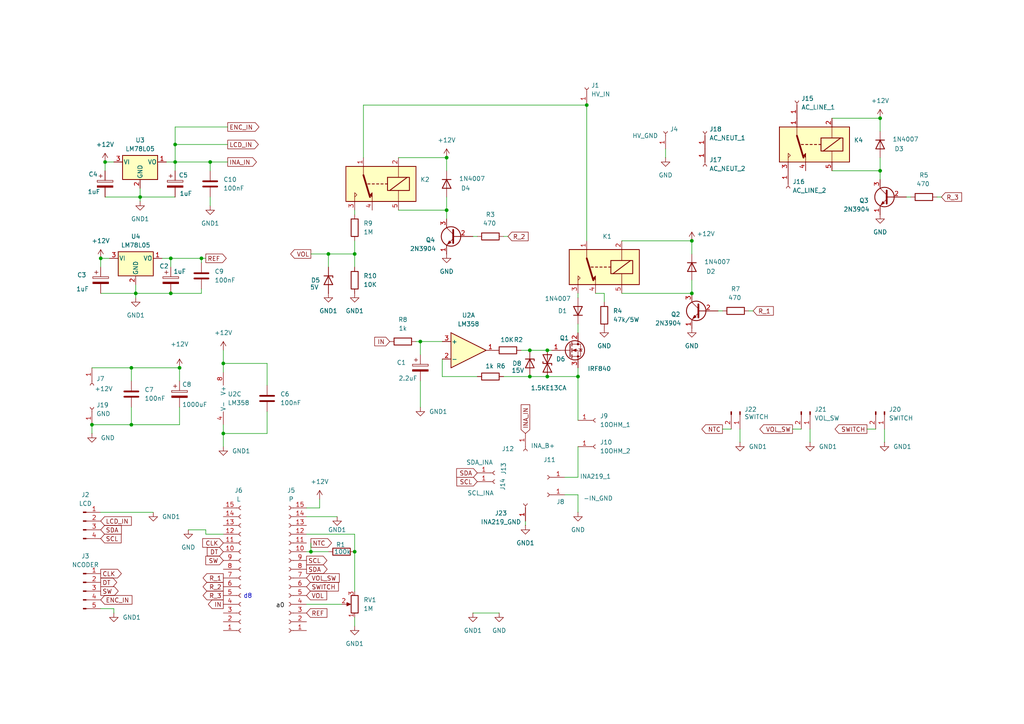
<source format=kicad_sch>
(kicad_sch (version 20250114) (generator "eeschema") (generator_version "9.0")
  (paper "A4")
  (lib_symbols
    (symbol "Amplifier_Operational:LM358" (pin_names (offset 0.127))
      (property "Reference" "U" (at 0 5.08 0))
      (property "Value" "LM358" (at 0 -5.08 0))
      (symbol "LM358_1_1"
        (pin input line (at -7.62 2.54 0) (length 2.54) (name "+") (number "3"))
        (pin input line (at -7.62 -2.54 0) (length 2.54) (name "-") (number "2"))
        (pin output line (at 7.62 0 180) (length 2.54) (name "~") (number "1"))
      )
      (symbol "LM358_2_1"
        (pin input line (at -7.62 2.54 0) (length 2.54) (name "+") (number "5"))
        (pin input line (at -7.62 -2.54 0) (length 2.54) (name "-") (number "6"))
        (pin output line (at 7.62 0 180) (length 2.54) (name "~") (number "7"))
      )
      (symbol "LM358_3_1"
        (pin power_in line (at -2.54 7.62 270) (length 3.81) (name "V+") (number "8"))
        (pin power_in line (at -2.54 -7.62 90) (length 3.81) (name "V-") (number "4"))
      )
    )
    (symbol "Connector:Conn_01x01_Socket" (pin_names (offset 1.016) (hide yes))
      (property "Reference" "J" (at 0 2.54 0))
      (property "Value" "Conn_01x01_Socket" (at 0 -2.54 0))
      (symbol "Conn_01x01_Socket_1_1"
        (pin passive line (at -5.08 0 0) (length 3.81) (name "Pin_1") (number "1"))
      )
    )
    (symbol "Connector:Conn_01x02_Pin" (pin_names (offset 1.016) (hide yes))
      (property "Reference" "J" (at 0 2.54 0))
      (property "Value" "Conn_01x02_Pin" (at 0 -5.08 0))
      (symbol "Conn_01x02_Pin_1_1"
        (pin passive line (at 5.08 0 180) (length 3.81) (name "Pin_1") (number "1"))
        (pin passive line (at 5.08 -2.54 180) (length 3.81) (name "Pin_2") (number "2"))
      )
    )
    (symbol "Connector:Conn_01x04_Pin" (pin_names (offset 1.016) (hide yes))
      (property "Reference" "J" (at 0 5.08 0))
      (property "Value" "Conn_01x04_Pin" (at 0 -7.62 0))
      (symbol "Conn_01x04_Pin_1_1"
        (pin passive line (at 5.08 2.54 180) (length 3.81) (name "Pin_1") (number "1"))
        (pin passive line (at 5.08 0 180) (length 3.81) (name "Pin_2") (number "2"))
        (pin passive line (at 5.08 -2.54 180) (length 3.81) (name "Pin_3") (number "3"))
        (pin passive line (at 5.08 -5.08 180) (length 3.81) (name "Pin_4") (number "4"))
      )
    )
    (symbol "Connector:Conn_01x05_Pin" (pin_names (offset 1.016) (hide yes))
      (property "Reference" "J" (at 0 7.62 0))
      (property "Value" "Conn_01x05_Pin" (at 0 -7.62 0))
      (symbol "Conn_01x05_Pin_1_1"
        (pin passive line (at 5.08 5.08 180) (length 3.81) (name "Pin_1") (number "1"))
        (pin passive line (at 5.08 2.54 180) (length 3.81) (name "Pin_2") (number "2"))
        (pin passive line (at 5.08 0 180) (length 3.81) (name "Pin_3") (number "3"))
        (pin passive line (at 5.08 -2.54 180) (length 3.81) (name "Pin_4") (number "4"))
        (pin passive line (at 5.08 -5.08 180) (length 3.81) (name "Pin_5") (number "5"))
      )
    )
    (symbol "Connector:Conn_01x15_Socket" (pin_names (offset 1.016) (hide yes))
      (property "Reference" "J" (at 0 20.32 0))
      (property "Value" "Conn_01x15_Socket" (at 0 -20.32 0))
      (symbol "Conn_01x15_Socket_1_1"
        (pin passive line (at -5.08 17.78 0) (length 3.81) (name "Pin_1") (number "1"))
        (pin passive line (at -5.08 15.24 0) (length 3.81) (name "Pin_2") (number "2"))
        (pin passive line (at -5.08 12.7 0) (length 3.81) (name "Pin_3") (number "3"))
        (pin passive line (at -5.08 10.16 0) (length 3.81) (name "Pin_4") (number "4"))
        (pin passive line (at -5.08 7.62 0) (length 3.81) (name "Pin_5") (number "5"))
        (pin passive line (at -5.08 5.08 0) (length 3.81) (name "Pin_6") (number "6"))
        (pin passive line (at -5.08 2.54 0) (length 3.81) (name "Pin_7") (number "7"))
        (pin passive line (at -5.08 0 0) (length 3.81) (name "Pin_8") (number "8"))
        (pin passive line (at -5.08 -2.54 0) (length 3.81) (name "Pin_9") (number "9"))
        (pin passive line (at -5.08 -5.08 0) (length 3.81) (name "Pin_10") (number "10"))
        (pin passive line (at -5.08 -7.62 0) (length 3.81) (name "Pin_11") (number "11"))
        (pin passive line (at -5.08 -10.16 0) (length 3.81) (name "Pin_12") (number "12"))
        (pin passive line (at -5.08 -12.7 0) (length 3.81) (name "Pin_13") (number "13"))
        (pin passive line (at -5.08 -15.24 0) (length 3.81) (name "Pin_14") (number "14"))
        (pin passive line (at -5.08 -17.78 0) (length 3.81) (name "Pin_15") (number "15"))
      )
    )
    (symbol "Device:C" (pin_numbers (hide yes)) (pin_names (offset 0.254))
      (property "Reference" "C" (at 0.635 2.54 0))
      (property "Value" "C" (at 0.635 -2.54 0))
      (symbol "C_1_1"
        (pin passive line (at 0 3.81 270) (length 2.794) (name "~") (number "1"))
        (pin passive line (at 0 -3.81 90) (length 2.794) (name "~") (number "2"))
      )
    )
    (symbol "Device:C_Polarized" (pin_numbers (hide yes)) (pin_names (offset 0.254))
      (property "Reference" "C" (at 0.635 2.54 0))
      (property "Value" "C_Polarized" (at 0.635 -2.54 0))
      (symbol "C_Polarized_1_1"
        (pin passive line (at 0 3.81 270) (length 2.794) (name "~") (number "1"))
        (pin passive line (at 0 -3.81 90) (length 2.794) (name "~") (number "2"))
      )
    )
    (symbol "Device:D_Zener" (pin_numbers (hide yes)) (pin_names (offset 1.016) (hide yes))
      (property "Reference" "D" (at 0 2.54 0))
      (property "Value" "D_Zener" (at 0 -2.54 0))
      (symbol "D_Zener_1_1"
        (pin passive line (at -3.81 0 0) (length 2.54) (name "K") (number "1"))
        (pin passive line (at 3.81 0 180) (length 2.54) (name "A") (number "2"))
      )
    )
    (symbol "Device:R" (pin_numbers (hide yes)) (pin_names (offset 0))
      (property "Reference" "R" (at 2.032 0 90))
      (property "Value" "R" (at 0 0 90))
      (symbol "R_1_1"
        (pin passive line (at 0 3.81 270) (length 1.27) (name "~") (number "1"))
        (pin passive line (at 0 -3.81 90) (length 1.27) (name "~") (number "2"))
      )
    )
    (symbol "Device:R_Potentiometer" (pin_names (offset 1.016) (hide yes))
      (property "Reference" "RV" (at -4.445 0 90))
      (property "Value" "R_Potentiometer" (at -2.54 0 90))
      (symbol "R_Potentiometer_1_1"
        (pin passive line (at 0 3.81 270) (length 1.27) (name "1") (number "1"))
        (pin passive line (at 0 -3.81 90) (length 1.27) (name "3") (number "3"))
        (pin passive line (at 3.81 0 180) (length 1.27) (name "2") (number "2"))
      )
    )
    (symbol "Diode:1.5KExxCA" (pin_numbers (hide yes)) (pin_names (offset 1.016) (hide yes))
      (property "Reference" "D" (at 0 2.54 0))
      (property "Value" "1.5KExxCA" (at 0 -2.54 0))
      (symbol "1.5KExxCA_1_1"
        (pin passive line (at -3.81 0 0) (length 2.54) (name "A1") (number "1"))
        (pin passive line (at 3.81 0 180) (length 2.54) (name "A2") (number "2"))
      )
    )
    (symbol "Diode:1N4007" (pin_numbers (hide yes)) (pin_names (hide yes))
      (property "Reference" "D" (at 0 2.54 0))
      (property "Value" "1N4007" (at 0 -2.54 0))
      (symbol "1N4007_1_1"
        (pin passive line (at -3.81 0 0) (length 2.54) (name "K") (number "1"))
        (pin passive line (at 3.81 0 180) (length 2.54) (name "A") (number "2"))
      )
    )
    (symbol "Regulator_Linear:LM78L05_TO92" (pin_names (offset 0.254))
      (property "Reference" "U" (at -3.81 3.175 0))
      (property "Value" "LM78L05_TO92" (at 0 3.175 0))
      (symbol "LM78L05_TO92_1_1"
        (pin power_in line (at -7.62 0 0) (length 2.54) (name "VI") (number "3"))
        (pin power_in line (at 0 -7.62 90) (length 2.54) (name "GND") (number "2"))
        (pin power_out line (at 7.62 0 180) (length 2.54) (name "VO") (number "1"))
      )
    )
    (symbol "Relay:SANYOU_SRD_Form_C"
      (property "Reference" "K" (at 11.43 3.81 0))
      (property "Value" "SANYOU_SRD_Form_C" (at 11.43 1.27 0))
      (symbol "SANYOU_SRD_Form_C_1_1"
        (pin passive line (at -5.08 7.62 270) (length 2.54) (name "~") (number "5"))
        (pin passive line (at -5.08 -7.62 90) (length 2.54) (name "~") (number "2"))
        (pin passive line (at 2.54 7.62 270) (length 2.54) (name "~") (number "4"))
        (pin passive line (at 5.08 -7.62 90) (length 2.54) (name "~") (number "1"))
        (pin passive line (at 7.62 7.62 270) (length 2.54) (name "~") (number "3"))
      )
    )
    (symbol "Transistor_BJT:2N3904" (pin_names (offset 0) (hide yes))
      (property "Reference" "Q" (at 5.08 1.905 0))
      (property "Value" "2N3904" (at 5.08 0 0))
      (symbol "2N3904_1_1"
        (pin passive line (at -5.08 0 0) (length 5.715) (name "B") (number "2"))
        (pin passive line (at 2.54 5.08 270) (length 2.54) (name "C") (number "3"))
        (pin passive line (at 2.54 -5.08 90) (length 2.54) (name "E") (number "1"))
      )
    )
    (symbol "Transistor_FET:IRF740" (pin_names (hide yes))
      (property "Reference" "Q" (at 5.08 1.905 0))
      (property "Value" "IRF740" (at 5.08 0 0))
      (symbol "IRF740_1_1"
        (pin input line (at -5.08 0 0) (length 2.54) (name "G") (number "1"))
        (pin passive line (at 2.54 5.08 270) (length 2.54) (name "D") (number "2"))
        (pin passive line (at 2.54 -5.08 90) (length 2.54) (name "S") (number "3"))
      )
    )
    (symbol "power:+12V" (power) (pin_numbers (hide yes)) (pin_names (offset 0) (hide yes))
      (property "Value" "+12V" (at 0 3.556 0))
      (symbol "+12V_1_1"
        (pin power_in line (at 0 0 90) (length 0) (name "~") (number "1"))
      )
    )
    (symbol "power:+5V" (power) (pin_numbers (hide yes)) (pin_names (offset 0) (hide yes))
      (property "Value" "+5V" (at 0 3.556 0))
      (symbol "+5V_1_1"
        (pin power_in line (at 0 0 90) (length 0) (name "~") (number "1"))
      )
    )
    (symbol "power:GND" (power) (pin_numbers (hide yes)) (pin_names (offset 0) (hide yes))
      (property "Value" "GND" (at 0 -3.81 0))
      (symbol "GND_1_1"
        (pin power_in line (at 0 0 270) (length 0) (name "~") (number "1"))
      )
    )
    (symbol "power:GND1" (power) (pin_numbers (hide yes)) (pin_names (offset 0) (hide yes))
      (property "Value" "GND1" (at 0 -3.81 0))
      (symbol "GND1_1_1"
        (pin power_in line (at 0 0 270) (length 0) (name "~") (number "1"))
      )
    )
  )
  (text "d8" (at 71.882 172.974 0) (effects (font (size 1.27 1.27))))
  (junction (at 129.54 45.72))
  (junction (at 64.77 105.41))
  (junction (at 200.66 85.09))
  (junction (at 38.1 123.19))
  (junction (at 170.18 30.48))
  (junction (at 40.64 57.15))
  (junction (at 102.87 73.66))
  (junction (at 200.66 69.85))
  (junction (at 158.75 109.22))
  (junction (at 90.17 160.02))
  (junction (at 95.25 73.66))
  (junction (at 158.75 101.6))
  (junction (at 64.77 125.73))
  (junction (at 58.42 74.93))
  (junction (at 255.27 34.29))
  (junction (at 26.67 123.19))
  (junction (at 153.67 109.22))
  (junction (at 50.8 46.99))
  (junction (at 167.64 109.22))
  (junction (at 30.48 46.99))
  (junction (at 255.27 49.53))
  (junction (at 49.53 85.09))
  (junction (at 49.53 74.93))
  (junction (at 39.37 85.09))
  (junction (at 102.87 160.02))
  (junction (at 60.96 46.99))
  (junction (at 50.8 41.91))
  (junction (at 121.92 99.06))
  (junction (at 29.21 74.93))
  (junction (at 129.54 60.96))
  (junction (at 52.07 106.68))
  (junction (at 38.1 106.68))
  (junction (at 153.67 101.6))
  (wire (pts (xy 49.53 74.93) (xy 58.42 74.93)))
  (wire (pts (xy 29.21 176.53) (xy 33.02 176.53)))
  (wire (pts (xy 58.42 76.2) (xy 58.42 74.93)))
  (wire (pts (xy 50.8 46.99) (xy 50.8 49.53)))
  (wire (pts (xy 273.05 57.15) (xy 271.78 57.15)))
  (wire (pts (xy 121.92 99.06) (xy 128.27 99.06)))
  (wire (pts (xy 40.64 57.15) (xy 40.64 58.42)))
  (wire (pts (xy 64.77 105.41) (xy 64.77 107.95)))
  (wire (pts (xy 158.75 101.6) (xy 160.02 101.6)))
  (wire (pts (xy 129.54 45.72) (xy 129.54 49.53)))
  (wire (pts (xy 146.05 109.22) (xy 153.67 109.22)))
  (wire (pts (xy 241.3 34.29) (xy 255.27 34.29)))
  (wire (pts (xy 46.99 74.93) (xy 49.53 74.93)))
  (wire (pts (xy 180.34 69.85) (xy 200.66 69.85)))
  (wire (pts (xy 88.9 149.86) (xy 97.79 149.86)))
  (wire (pts (xy 129.54 57.15) (xy 129.54 60.96)))
  (wire (pts (xy 58.42 83.82) (xy 58.42 85.09)))
  (wire (pts (xy 208.28 90.17) (xy 209.55 90.17)))
  (wire (pts (xy 214.63 124.46) (xy 214.63 128.27)))
  (wire (pts (xy 26.67 106.68) (xy 38.1 106.68)))
  (wire (pts (xy 137.16 177.8) (xy 144.78 177.8)))
  (wire (pts (xy 209.55 124.46) (xy 212.09 124.46)))
  (wire (pts (xy 167.64 129.54) (xy 167.64 138.43)))
  (wire (pts (xy 29.21 85.09) (xy 39.37 85.09)))
  (wire (pts (xy 30.48 57.15) (xy 40.64 57.15)))
  (wire (pts (xy 60.96 49.53) (xy 60.96 46.99)))
  (wire (pts (xy 121.92 110.49) (xy 121.92 118.11)))
  (wire (pts (xy 90.17 157.48) (xy 90.17 160.02)))
  (wire (pts (xy 255.27 45.72) (xy 255.27 49.53)))
  (wire (pts (xy 170.18 30.48) (xy 170.18 69.85)))
  (wire (pts (xy 102.87 60.96) (xy 102.87 62.23)))
  (wire (pts (xy 49.53 77.47) (xy 49.53 74.93)))
  (wire (pts (xy 77.47 105.41) (xy 77.47 111.76)))
  (wire (pts (xy 38.1 110.49) (xy 38.1 106.68)))
  (wire (pts (xy 64.77 125.73) (xy 64.77 123.19)))
  (wire (pts (xy 92.71 144.78) (xy 92.71 147.32)))
  (wire (pts (xy 58.42 74.93) (xy 59.69 74.93)))
  (wire (pts (xy 218.44 90.17) (xy 217.17 90.17)))
  (wire (pts (xy 120.65 99.06) (xy 121.92 99.06)))
  (wire (pts (xy 59.69 153.67) (xy 54.61 153.67)))
  (wire (pts (xy 151.13 101.6) (xy 153.67 101.6)))
  (wire (pts (xy 88.9 175.26) (xy 99.06 175.26)))
  (wire (pts (xy 26.67 123.19) (xy 26.67 125.73)))
  (wire (pts (xy 175.26 85.09) (xy 172.72 85.09)))
  (wire (pts (xy 60.96 46.99) (xy 66.04 46.99)))
  (wire (pts (xy 29.21 148.59) (xy 44.45 148.59)))
  (wire (pts (xy 64.77 154.94) (xy 59.69 154.94)))
  (wire (pts (xy 251.46 124.46) (xy 254 124.46)))
  (wire (pts (xy 128.27 109.22) (xy 138.43 109.22)))
  (wire (pts (xy 163.83 143.51) (xy 167.64 143.51)))
  (wire (pts (xy 60.96 59.69) (xy 60.96 57.15)))
  (wire (pts (xy 129.54 60.96) (xy 129.54 63.5)))
  (wire (pts (xy 128.27 104.14) (xy 128.27 109.22)))
  (wire (pts (xy 158.75 109.22) (xy 167.64 109.22)))
  (wire (pts (xy 29.21 77.47) (xy 29.21 74.93)))
  (wire (pts (xy 66.04 36.83) (xy 50.8 36.83)))
  (wire (pts (xy 88.9 147.32) (xy 92.71 147.32)))
  (wire (pts (xy 121.92 99.06) (xy 121.92 102.87)))
  (wire (pts (xy 153.67 101.6) (xy 158.75 101.6)))
  (wire (pts (xy 152.4 151.13) (xy 152.4 152.4)))
  (wire (pts (xy 52.07 123.19) (xy 52.07 118.11)))
  (wire (pts (xy 102.87 179.07) (xy 102.87 181.61)))
  (wire (pts (xy 90.17 160.02) (xy 88.9 160.02)))
  (wire (pts (xy 30.48 49.53) (xy 30.48 46.99)))
  (wire (pts (xy 88.9 154.94) (xy 102.87 154.94)))
  (wire (pts (xy 102.87 154.94) (xy 102.87 160.02)))
  (wire (pts (xy 200.66 81.28) (xy 200.66 85.09)))
  (wire (pts (xy 167.64 93.98) (xy 167.64 96.52)))
  (wire (pts (xy 105.41 30.48) (xy 105.41 45.72)))
  (wire (pts (xy 50.8 36.83) (xy 50.8 41.91)))
  (wire (pts (xy 115.57 45.72) (xy 129.54 45.72)))
  (wire (pts (xy 95.25 77.47) (xy 95.25 73.66)))
  (wire (pts (xy 95.25 160.02) (xy 90.17 160.02)))
  (wire (pts (xy 153.67 109.22) (xy 158.75 109.22)))
  (wire (pts (xy 234.95 124.46) (xy 234.95 128.27)))
  (wire (pts (xy 167.64 138.43) (xy 163.83 138.43)))
  (wire (pts (xy 40.64 57.15) (xy 50.8 57.15)))
  (wire (pts (xy 95.25 73.66) (xy 102.87 73.66)))
  (wire (pts (xy 50.8 41.91) (xy 66.04 41.91)))
  (wire (pts (xy 167.64 85.09) (xy 167.64 86.36)))
  (wire (pts (xy 137.16 68.58) (xy 138.43 68.58)))
  (wire (pts (xy 59.69 154.94) (xy 59.69 153.67)))
  (wire (pts (xy 64.77 101.6) (xy 64.77 105.41)))
  (wire (pts (xy 167.64 109.22) (xy 167.64 121.92)))
  (wire (pts (xy 255.27 34.29) (xy 255.27 38.1)))
  (wire (pts (xy 180.34 85.09) (xy 200.66 85.09)))
  (wire (pts (xy 39.37 85.09) (xy 49.53 85.09)))
  (wire (pts (xy 49.53 85.09) (xy 58.42 85.09)))
  (wire (pts (xy 175.26 87.63) (xy 175.26 85.09)))
  (wire (pts (xy 39.37 85.09) (xy 39.37 86.36)))
  (wire (pts (xy 193.04 43.18) (xy 193.04 45.72)))
  (wire (pts (xy 50.8 46.99) (xy 60.96 46.99)))
  (wire (pts (xy 147.32 68.58) (xy 146.05 68.58)))
  (wire (pts (xy 200.66 69.85) (xy 200.66 73.66)))
  (wire (pts (xy 33.02 176.53) (xy 33.02 177.8)))
  (wire (pts (xy 48.26 46.99) (xy 50.8 46.99)))
  (wire (pts (xy 167.64 143.51) (xy 167.64 148.59)))
  (wire (pts (xy 77.47 119.38) (xy 77.47 125.73)))
  (wire (pts (xy 40.64 54.61) (xy 40.64 57.15)))
  (wire (pts (xy 255.27 49.53) (xy 241.3 49.53)))
  (wire (pts (xy 129.54 60.96) (xy 115.57 60.96)))
  (wire (pts (xy 39.37 82.55) (xy 39.37 85.09)))
  (wire (pts (xy 167.64 106.68) (xy 167.64 109.22)))
  (wire (pts (xy 262.89 57.15) (xy 264.16 57.15)))
  (wire (pts (xy 229.87 124.46) (xy 232.41 124.46)))
  (wire (pts (xy 64.77 129.54) (xy 64.77 125.73)))
  (wire (pts (xy 105.41 30.48) (xy 170.18 30.48)))
  (wire (pts (xy 52.07 106.68) (xy 52.07 110.49)))
  (wire (pts (xy 26.67 123.19) (xy 38.1 123.19)))
  (wire (pts (xy 102.87 77.47) (xy 102.87 73.66)))
  (wire (pts (xy 90.17 73.66) (xy 95.25 73.66)))
  (wire (pts (xy 50.8 41.91) (xy 50.8 46.99)))
  (wire (pts (xy 102.87 69.85) (xy 102.87 73.66)))
  (wire (pts (xy 38.1 123.19) (xy 52.07 123.19)))
  (wire (pts (xy 29.21 74.93) (xy 31.75 74.93)))
  (wire (pts (xy 102.87 160.02) (xy 102.87 171.45)))
  (wire (pts (xy 38.1 106.68) (xy 52.07 106.68)))
  (wire (pts (xy 64.77 105.41) (xy 77.47 105.41)))
  (wire (pts (xy 256.54 124.46) (xy 256.54 128.27)))
  (wire (pts (xy 77.47 125.73) (xy 64.77 125.73)))
  (wire (pts (xy 255.27 49.53) (xy 255.27 52.07)))
  (wire (pts (xy 38.1 123.19) (xy 38.1 118.11)))
  (wire (pts (xy 30.48 46.99) (xy 33.02 46.99)))
  (label "a0" (at 80.01 176.53 0))
  (global_label "VOL_SW" (shape input) (at 88.9 167.64 0) (property "Intersheetrefs" "${INTERSHEET_REFS}" (effects (hide yes))))
  (global_label "SW" (shape output) (at 29.21 171.45 0) (property "Intersheetrefs" "${INTERSHEET_REFS}" (effects (hide yes))))
  (global_label "R_3" (shape input) (at 273.05 57.15 0) (property "Intersheetrefs" "${INTERSHEET_REFS}" (effects (hide yes))))
  (global_label "VOL" (shape input) (at 88.9 172.72 0) (property "Intersheetrefs" "${INTERSHEET_REFS}" (effects (hide yes))))
  (global_label "ENC_IN" (shape output) (at 66.04 36.83 0) (property "Intersheetrefs" "${INTERSHEET_REFS}" (effects (hide yes))))
  (global_label "VOL_SW" (shape output) (at 229.87 124.46 180) (property "Intersheetrefs" "${INTERSHEET_REFS}" (effects (hide yes))))
  (global_label "R_1" (shape input) (at 218.44 90.17 0) (property "Intersheetrefs" "${INTERSHEET_REFS}" (effects (hide yes))))
  (global_label "R_1" (shape output) (at 64.77 167.64 180) (property "Intersheetrefs" "${INTERSHEET_REFS}" (effects (hide yes))))
  (global_label "LCD_IN" (shape output) (at 66.04 41.91 0) (property "Intersheetrefs" "${INTERSHEET_REFS}" (effects (hide yes))))
  (global_label "R_2" (shape input) (at 147.32 68.58 0) (property "Intersheetrefs" "${INTERSHEET_REFS}" (effects (hide yes))))
  (global_label "VOL" (shape output) (at 90.17 73.66 180) (property "Intersheetrefs" "${INTERSHEET_REFS}" (effects (hide yes))))
  (global_label "REF" (shape input) (at 88.9 177.8 0) (property "Intersheetrefs" "${INTERSHEET_REFS}" (effects (hide yes))))
  (global_label "DT" (shape output) (at 29.21 168.91 0) (property "Intersheetrefs" "${INTERSHEET_REFS}" (effects (hide yes))))
  (global_label "LCD_IN" (shape input) (at 29.21 151.13 0) (property "Intersheetrefs" "${INTERSHEET_REFS}" (effects (hide yes))))
  (global_label "SDA" (shape input) (at 138.43 137.16 180) (property "Intersheetrefs" "${INTERSHEET_REFS}" (effects (hide yes))))
  (global_label "CLK" (shape output) (at 29.21 166.37 0) (property "Intersheetrefs" "${INTERSHEET_REFS}" (effects (hide yes))))
  (global_label "SWITCH" (shape input) (at 88.9 170.18 0) (property "Intersheetrefs" "${INTERSHEET_REFS}" (effects (hide yes))))
  (global_label "SWITCH" (shape output) (at 251.46 124.46 180) (property "Intersheetrefs" "${INTERSHEET_REFS}" (effects (hide yes))))
  (global_label "NTC" (shape output) (at 209.55 124.46 180) (property "Intersheetrefs" "${INTERSHEET_REFS}" (effects (hide yes))))
  (global_label "INA_IN" (shape output) (at 66.04 46.99 0) (property "Intersheetrefs" "${INTERSHEET_REFS}" (effects (hide yes))))
  (global_label "SCL" (shape input) (at 138.43 139.7 180) (property "Intersheetrefs" "${INTERSHEET_REFS}" (effects (hide yes))))
  (global_label "ENC_IN" (shape input) (at 29.21 173.99 0) (property "Intersheetrefs" "${INTERSHEET_REFS}" (effects (hide yes))))
  (global_label "NTC" (shape output) (at 90.17 157.48 0) (property "Intersheetrefs" "${INTERSHEET_REFS}" (effects (hide yes))))
  (global_label "CLK" (shape input) (at 64.77 157.48 180) (property "Intersheetrefs" "${INTERSHEET_REFS}" (effects (hide yes))))
  (global_label "IN" (shape input) (at 113.03 99.06 180) (property "Intersheetrefs" "${INTERSHEET_REFS}" (effects (hide yes))))
  (global_label "R_3" (shape output) (at 64.77 172.72 180) (property "Intersheetrefs" "${INTERSHEET_REFS}" (effects (hide yes))))
  (global_label "SCL" (shape input) (at 29.21 156.21 0) (property "Intersheetrefs" "${INTERSHEET_REFS}" (effects (hide yes))))
  (global_label "REF" (shape output) (at 59.69 74.93 0) (property "Intersheetrefs" "${INTERSHEET_REFS}" (effects (hide yes))))
  (global_label "IN" (shape output) (at 64.77 175.26 180) (property "Intersheetrefs" "${INTERSHEET_REFS}" (effects (hide yes))))
  (global_label "INA_IN" (shape input) (at 152.4 125.73 90) (property "Intersheetrefs" "${INTERSHEET_REFS}" (effects (hide yes))))
  (global_label "R_2" (shape output) (at 64.77 170.18 180) (property "Intersheetrefs" "${INTERSHEET_REFS}" (effects (hide yes))))
  (global_label "DT" (shape input) (at 64.77 160.02 180) (property "Intersheetrefs" "${INTERSHEET_REFS}" (effects (hide yes))))
  (global_label "SW" (shape input) (at 64.77 162.56 180) (property "Intersheetrefs" "${INTERSHEET_REFS}" (effects (hide yes))))
  (global_label "SDA" (shape input) (at 29.21 153.67 0) (property "Intersheetrefs" "${INTERSHEET_REFS}" (effects (hide yes))))
  (global_label "SDA" (shape output) (at 88.9 165.1 0) (property "Intersheetrefs" "${INTERSHEET_REFS}" (effects (hide yes))))
  (global_label "SCL" (shape output) (at 88.9 162.56 0) (property "Intersheetrefs" "${INTERSHEET_REFS}" (effects (hide yes))))
  (symbol (lib_id "Diode:1N4007") (at 129.54 53.34 270) (unit 1)
    (property "Reference" "D4" (at 136.398 54.61 90) (effects (justify right)))
    (property "Value" "1N4007" (at 140.716 51.816 90) (effects (justify right)))
    (property "Footprint" "Diode_THT:D_DO-41_SOD81_P10.16mm_Horizontal" (effects (hide yes)))
    (property "Datasheet" "http://www.vishay.com/docs/88503/1n4001.pdf" (effects (hide yes)))
    (property "Description" "1000V 1A General Purpose Rectifier Diode, DO-41" (effects (hide yes)))
    (property "Sim.Device" "D" (effects (hide yes)))
    (property "Sim.Pins" "1=K 2=A" (effects (hide yes)))
  )
  (symbol (lib_id "Regulator_Linear:LM78L05_TO92") (at 40.64 46.99 0) (unit 1)
    (property "Reference" "U3" (at 40.64 40.64 0))
    (property "Value" "LM78L05" (at 40.64 43.18 0))
    (property "Footprint" "Package_TO_SOT_THT:TO-92_Inline" (effects (hide yes)))
    (property "Datasheet" "https://www.onsemi.com/pub/Collateral/MC78L06A-D.pdf" (effects (hide yes)))
    (property "Description" "Positive 100mA 30V Linear Regulator, Fixed Output 5V, TO-92" (effects (hide yes)))
  )
  (symbol (lib_id "power:GND") (at 129.54 73.66 0) (unit 1)
    (property "Reference" "#PWR015" (effects (hide yes)))
    (property "Value" "GND" (at 129.54 78.74 0))
    (property "Description" "Power symbol creates a global label with name \"GND\" , ground" (effects (hide yes)))
  )
  (symbol (lib_id "Connector:Conn_01x15_Socket") (at 83.82 165.1 180) (unit 1)
    (property "Reference" "J5" (at 84.455 142.24 0))
    (property "Value" "P" (at 84.455 144.78 0))
    (property "Footprint" "Connector_PinHeader_2.54mm:PinHeader_1x15_P2.54mm_Vertical" (effects (hide yes)))
    (property "Description" "Generic connector, single row, 01x15, script generated" (effects (hide yes)))
  )
  (symbol (lib_id "power:GND") (at 102.87 85.09 0) (unit 1)
    (property "Reference" "#PWR019" (effects (hide yes)))
    (property "Value" "GND1" (at 102.87 90.17 0))
    (property "Description" "Power symbol creates a global label with name \"GND\" , ground" (effects (hide yes)))
  )
  (symbol (lib_id "power:GND") (at 44.45 148.59 0) (unit 1)
    (property "Reference" "#PWR023" (effects (hide yes)))
    (property "Value" "GND1" (at 46.99 149.8599 0) (effects (justify left)))
    (property "Description" "Power symbol creates a global label with name \"GND\" , ground" (effects (hide yes)))
  )
  (symbol (lib_id "Relay:SANYOU_SRD_Form_C") (at 236.22 41.91 180) (unit 1)
    (property "Reference" "K4" (at 247.65 40.6399 0) (effects (justify right)))
    (property "Value" "SANYOU_SRD_Form_C" (effects (hide yes)))
    (property "Footprint" "Relay_THT:Relay_SPDT_SANYOU_SRD_Series_Form_C" (effects (hide yes)))
    (property "Datasheet" "http://www.sanyourelay.ca/public/products/pdf/SRD.pdf" (effects (hide yes)))
    (property "Description" "Sanyo SRD relay, Single Pole Miniature Power Relay," (effects (hide yes)))
  )
  (symbol (lib_id "power:GND1") (at 64.77 129.54 0) (unit 1)
    (property "Reference" "#PWR012" (effects (hide yes)))
    (property "Value" "GND1" (at 67.31 130.8099 0) (effects (justify left)))
    (property "Description" "Power symbol creates a global label with name \"GND1\" , ground" (effects (hide yes)))
  )
  (symbol (lib_id "Relay:SANYOU_SRD_Form_C") (at 110.49 53.34 180) (unit 1)
    (property "Reference" "K2" (at 121.92 52.0699 0) (effects (justify right)))
    (property "Value" "SANYOU_SRD_Form_C" (effects (hide yes)))
    (property "Footprint" "Relay_THT:Relay_SPDT_SANYOU_SRD_Series_Form_C" (effects (hide yes)))
    (property "Datasheet" "http://www.sanyourelay.ca/public/products/pdf/SRD.pdf" (effects (hide yes)))
    (property "Description" "Sanyo SRD relay, Single Pole Miniature Power Relay," (effects (hide yes)))
  )
  (symbol (lib_id "Connector:Conn_01x04_Pin") (at 24.13 151.13 0) (unit 1)
    (property "Reference" "J2" (at 24.765 143.51 0))
    (property "Value" "LCD" (at 24.765 146.05 0))
    (property "Footprint" "Connector_PinHeader_2.54mm:PinHeader_1x04_P2.54mm_Vertical" (effects (hide yes)))
    (property "Description" "Generic connector, single row, 01x04, script generated" (effects (hide yes)))
  )
  (symbol (lib_id "Diode:1.5KExxCA") (at 158.75 105.41 270) (unit 1)
    (property "Reference" "D6" (at 161.29 104.1399 90) (effects (justify left)))
    (property "Value" "1.5KE13CA" (at 153.924 112.522 90) (effects (justify left)))
    (property "Footprint" "Diode_THT:D_DO-41_SOD81_P10.16mm_Horizontal" (effects (hide yes)))
    (property "Datasheet" "https://www.vishay.com/docs/88301/15ke.pdf" (effects (hide yes)))
    (property "Description" "1500W bidirectional TVS diode, DO-201AE" (effects (hide yes)))
  )
  (symbol (lib_id "Device:C") (at 77.47 115.57 0) (unit 1)
    (property "Reference" "C6" (at 81.28 114.2999 0) (effects (justify left)))
    (property "Value" "100nF" (at 81.28 116.8399 0) (effects (justify left)))
    (property "Footprint" "Capacitor_THT:C_Disc_D3.0mm_W2.0mm_P2.50mm" (effects (hide yes)))
    (property "Description" "Unpolarized capacitor" (effects (hide yes)))
  )
  (symbol (lib_id "Relay:SANYOU_SRD_Form_C") (at 175.26 77.47 180) (unit 1)
    (property "Reference" "K1" (at 174.752 68.58 0) (effects (justify right)))
    (property "Value" "SANYOU_SRD_Form_C" (effects (hide yes)))
    (property "Footprint" "Relay_THT:Relay_SPDT_SANYOU_SRD_Series_Form_C" (effects (hide yes)))
    (property "Datasheet" "http://www.sanyourelay.ca/public/products/pdf/SRD.pdf" (effects (hide yes)))
    (property "Description" "Sanyo SRD relay, Single Pole Miniature Power Relay," (effects (hide yes)))
  )
  (symbol (lib_id "power:GND") (at 200.66 95.25 0) (unit 1)
    (property "Reference" "#PWR06" (effects (hide yes)))
    (property "Value" "GND" (at 200.66 100.33 0))
    (property "Description" "Power symbol creates a global label with name \"GND\" , ground" (effects (hide yes)))
  )
  (symbol (lib_id "power:+12V") (at 92.71 144.78 0) (unit 1)
    (property "Reference" "#PWR024" (effects (hide yes)))
    (property "Value" "+12V" (at 92.71 139.7 0))
    (property "Description" "Power symbol creates a global label with name \"+12V\"" (effects (hide yes)))
  )
  (symbol (lib_id "Connector:Conn_01x01_Socket") (at 204.47 38.1 90) (unit 1)
    (property "Reference" "J18" (at 205.74 37.4649 90) (effects (justify right)))
    (property "Value" "AC_NEUT_1" (at 205.74 40.0049 90) (effects (justify right)))
    (property "Footprint" "Connector_Wire:SolderWire-0.5sqmm_1x01_D0.9mm_OD2.1mm" (effects (hide yes)))
    (property "Description" "Generic connector, single row, 01x01, script generated" (effects (hide yes)))
  )
  (symbol (lib_id "Device:R") (at 142.24 68.58 90) (unit 1)
    (property "Reference" "R3" (at 142.24 62.23 90))
    (property "Value" "470" (at 141.986 64.77 90))
    (property "Footprint" "Resistor_THT:R_Axial_DIN0207_L6.3mm_D2.5mm_P10.16mm_Horizontal" (effects (hide yes)))
    (property "Description" "Resistor" (effects (hide yes)))
  )
  (symbol (lib_id "power:+5V") (at 129.54 45.72 0) (unit 1)
    (property "Reference" "#PWR05" (effects (hide yes)))
    (property "Value" "+12V" (at 129.54 40.64 0))
    (property "Description" "Power symbol creates a global label with name \"+5V\"" (effects (hide yes)))
  )
  (symbol (lib_id "Connector:Conn_01x01_Socket") (at 172.72 129.54 0) (unit 1)
    (property "Reference" "J10" (at 173.99 128.2699 0) (effects (justify left)))
    (property "Value" "10OHM_2" (at 173.99 130.8099 0) (effects (justify left)))
    (property "Footprint" "Connector_Wire:SolderWire-0.5sqmm_1x01_D0.9mm_OD2.1mm" (effects (hide yes)))
    (property "Description" "Generic connector, single row, 01x01, script generated" (effects (hide yes)))
  )
  (symbol (lib_id "Connector:Conn_01x02_Pin") (at 234.95 119.38 270) (unit 1)
    (property "Reference" "J21" (at 236.22 118.7449 90) (effects (justify left)))
    (property "Value" "VOL_SW" (at 236.22 121.2849 90) (effects (justify left)))
    (property "Footprint" "Connector_PinHeader_2.54mm:PinHeader_1x02_P2.54mm_Vertical" (effects (hide yes)))
    (property "Description" "Generic connector, single row, 01x02, script generated" (effects (hide yes)))
  )
  (symbol (lib_id "Connector:Conn_01x02_Pin") (at 214.63 119.38 270) (unit 1)
    (property "Reference" "J22" (at 215.9 118.7449 90) (effects (justify left)))
    (property "Value" "SWITCH" (at 215.9 120.904 90) (effects (justify left)))
    (property "Footprint" "Connector_PinHeader_2.54mm:PinHeader_1x02_P2.54mm_Vertical" (effects (hide yes)))
    (property "Description" "Generic connector, single row, 01x02, script generated" (effects (hide yes)))
  )
  (symbol (lib_id "Device:C") (at 38.1 114.3 0) (unit 1)
    (property "Reference" "C7" (at 41.91 113.0299 0) (effects (justify left)))
    (property "Value" "100nF" (at 41.91 115.5699 0) (effects (justify left)))
    (property "Footprint" "Capacitor_THT:C_Disc_D3.0mm_W2.0mm_P2.50mm" (effects (hide yes)))
    (property "Description" "Unpolarized capacitor" (effects (hide yes)))
  )
  (symbol (lib_id "Diode:1N4007") (at 167.64 90.17 90) (unit 1)
    (property "Reference" "D1" (at 161.798 90.17 90) (effects (justify right)))
    (property "Value" "1N4007" (at 157.988 86.614 90) (effects (justify right)))
    (property "Footprint" "Diode_THT:D_DO-41_SOD81_P10.16mm_Horizontal" (effects (hide yes)))
    (property "Datasheet" "http://www.vishay.com/docs/88503/1n4001.pdf" (effects (hide yes)))
    (property "Description" "1000V 1A General Purpose Rectifier Diode, DO-41" (effects (hide yes)))
    (property "Sim.Device" "D" (effects (hide yes)))
    (property "Sim.Pins" "1=K 2=A" (effects (hide yes)))
  )
  (symbol (lib_id "power:GND") (at 144.78 177.8 0) (unit 1)
    (property "Reference" "#PWR033" (effects (hide yes)))
    (property "Value" "GND" (at 144.78 182.88 0))
    (property "Description" "Power symbol creates a global label with name \"GND\" , ground" (effects (hide yes)))
  )
  (symbol (lib_id "Device:C_Polarized") (at 50.8 53.34 0) (unit 1)
    (property "Reference" "C5" (at 51.816 50.8 0) (effects (justify left)))
    (property "Value" "1uF" (at 52.07 56.134 0) (effects (justify left)))
    (property "Footprint" "Capacitor_THT:CP_Radial_D4.0mm_P2.00mm" (effects (hide yes)))
    (property "Description" "Polarized capacitor" (effects (hide yes)))
  )
  (symbol (lib_id "power:GND") (at 255.27 62.23 0) (unit 1)
    (property "Reference" "#PWR010" (effects (hide yes)))
    (property "Value" "GND" (at 255.27 67.31 0))
    (property "Description" "Power symbol creates a global label with name \"GND\" , ground" (effects (hide yes)))
  )
  (symbol (lib_id "Device:C_Polarized") (at 121.92 106.68 0) (unit 1)
    (property "Reference" "C1" (at 115.062 105.156 0) (effects (justify left)))
    (property "Value" "2.2uF" (at 115.57 109.728 0) (effects (justify left)))
    (property "Footprint" "Capacitor_THT:CP_Radial_D4.0mm_P2.00mm" (effects (hide yes)))
    (property "Description" "Polarized capacitor" (effects (hide yes)))
  )
  (symbol (lib_id "Connector:Conn_01x01_Socket") (at 193.04 38.1 90) (unit 1)
    (property "Reference" "J4" (at 194.31 37.4649 90) (effects (justify right)))
    (property "Value" "HV_GND" (at 183.388 39.37 90) (effects (justify right)))
    (property "Footprint" "Connector_Wire:SolderWire-0.5sqmm_1x01_D0.9mm_OD2.1mm" (effects (hide yes)))
    (property "Description" "Generic connector, single row, 01x01, script generated" (effects (hide yes)))
  )
  (symbol (lib_id "Connector:Conn_01x05_Pin") (at 24.13 171.45 0) (unit 1)
    (property "Reference" "J3" (at 24.765 161.29 0))
    (property "Value" "NCODER" (at 24.765 163.83 0))
    (property "Footprint" "Connector_PinHeader_2.54mm:PinHeader_1x05_P2.54mm_Vertical" (effects (hide yes)))
    (property "Description" "Generic connector, single row, 01x05, script generated" (effects (hide yes)))
  )
  (symbol (lib_id "Device:C_Polarized") (at 29.21 81.28 0) (unit 1)
    (property "Reference" "C3" (at 22.352 79.756 0) (effects (justify left)))
    (property "Value" "1uF" (at 22.098 83.82 0) (effects (justify left)))
    (property "Footprint" "Capacitor_THT:CP_Radial_D4.0mm_P2.00mm" (effects (hide yes)))
    (property "Description" "Polarized capacitor" (effects (hide yes)))
  )
  (symbol (lib_id "Connector:Conn_01x01_Socket") (at 228.6 54.61 270) (unit 1)
    (property "Reference" "J16" (at 229.87 52.7049 90) (effects (justify left)))
    (property "Value" "AC_LINE_2" (at 229.87 55.2449 90) (effects (justify left)))
    (property "Footprint" "Connector_Wire:SolderWire-0.5sqmm_1x01_D0.9mm_OD2.1mm" (effects (hide yes)))
    (property "Description" "Generic connector, single row, 01x01, script generated" (effects (hide yes)))
  )
  (symbol (lib_id "power:GND") (at 33.02 177.8 0) (unit 1)
    (property "Reference" "#PWR022" (effects (hide yes)))
    (property "Value" "GND1" (at 35.56 179.0699 0) (effects (justify left)))
    (property "Description" "Power symbol creates a global label with name \"GND\" , ground" (effects (hide yes)))
  )
  (symbol (lib_id "Transistor_BJT:2N3904") (at 257.81 57.15 0) (mirror y) (unit 1)
    (property "Reference" "Q3" (at 251.968 58.166 0) (effects (justify left)))
    (property "Value" "2N3904" (at 252.222 60.706 0) (effects (justify left)))
    (property "Footprint" "Package_TO_SOT_THT:TO-92_Inline" (effects (hide yes)))
    (property "Datasheet" "https://www.onsemi.com/pub/Collateral/2N3903-D.PDF" (effects (hide yes)))
    (property "Description" "0.2A Ic, 40V Vce, Small Signal NPN Transistor, TO-92" (effects (hide yes)))
  )
  (symbol (lib_id "Device:C") (at 60.96 53.34 0) (unit 1)
    (property "Reference" "C10" (at 64.77 52.0699 0) (effects (justify left)))
    (property "Value" "100nF" (at 64.77 54.6099 0) (effects (justify left)))
    (property "Footprint" "Capacitor_THT:C_Disc_D3.0mm_W2.0mm_P2.50mm" (effects (hide yes)))
    (property "Description" "Unpolarized capacitor" (effects (hide yes)))
  )
  (symbol (lib_id "Device:C") (at 58.42 80.01 0) (unit 1)
    (property "Reference" "C9" (at 62.23 78.7399 0) (effects (justify left)))
    (property "Value" "100nF" (at 62.23 81.2799 0) (effects (justify left)))
    (property "Footprint" "Capacitor_THT:C_Disc_D3.0mm_W2.0mm_P2.50mm" (effects (hide yes)))
    (property "Description" "Unpolarized capacitor" (effects (hide yes)))
  )
  (symbol (lib_id "power:GND") (at 121.92 118.11 0) (unit 1)
    (property "Reference" "#PWR07" (effects (hide yes)))
    (property "Value" "GND1" (at 124.46 119.3799 0) (effects (justify left)))
    (property "Description" "Power symbol creates a global label with name \"GND\" , ground" (effects (hide yes)))
  )
  (symbol (lib_id "Device:R") (at 116.84 99.06 90) (unit 1)
    (property "Reference" "R8" (at 116.84 92.71 90))
    (property "Value" "1k" (at 116.84 95.25 90))
    (property "Footprint" "Resistor_THT:R_Axial_DIN0207_L6.3mm_D2.5mm_P10.16mm_Horizontal" (effects (hide yes)))
    (property "Description" "Resistor" (effects (hide yes)))
  )
  (symbol (lib_id "power:GND") (at 54.61 153.67 0) (unit 1)
    (property "Reference" "#PWR013" (effects (hide yes)))
    (property "Value" "GND" (at 54.61 158.75 0))
    (property "Description" "Power symbol creates a global label with name \"GND\" , ground" (effects (hide yes)))
  )
  (symbol (lib_id "Connector:Conn_01x01_Socket") (at 204.47 48.26 270) (unit 1)
    (property "Reference" "J17" (at 205.74 46.3549 90) (effects (justify left)))
    (property "Value" "AC_NEUT_2" (at 205.74 48.8949 90) (effects (justify left)))
    (property "Footprint" "Connector_Wire:SolderWire-0.5sqmm_1x01_D0.9mm_OD2.1mm" (effects (hide yes)))
    (property "Description" "Generic connector, single row, 01x01, script generated" (effects (hide yes)))
  )
  (symbol (lib_id "power:GND") (at 167.64 148.59 0) (unit 1)
    (property "Reference" "#PWR01" (effects (hide yes)))
    (property "Value" "GND" (at 167.64 153.67 0))
    (property "Description" "Power symbol creates a global label with name \"GND\" , ground" (effects (hide yes)))
  )
  (symbol (lib_id "power:GND1") (at 39.37 86.36 0) (unit 1)
    (property "Reference" "#PWR03" (effects (hide yes)))
    (property "Value" "GND1" (at 39.37 91.44 0))
    (property "Description" "Power symbol creates a global label with name \"GND1\" , ground" (effects (hide yes)))
  )
  (symbol (lib_id "Connector:Conn_01x01_Socket") (at 172.72 121.92 0) (unit 1)
    (property "Reference" "J9" (at 173.99 120.6499 0) (effects (justify left)))
    (property "Value" "10OHM_1" (at 173.99 123.1899 0) (effects (justify left)))
    (property "Footprint" "Connector_Wire:SolderWire-0.5sqmm_1x01_D0.9mm_OD2.1mm" (effects (hide yes)))
    (property "Description" "Generic connector, single row, 01x01, script generated" (effects (hide yes)))
  )
  (symbol (lib_id "Transistor_FET:IRF740") (at 165.1 101.6 0) (unit 1)
    (property "Reference" "Q1" (at 162.306 98.044 0) (effects (justify left)))
    (property "Value" "IRF840" (at 170.434 106.934 0) (effects (justify left)))
    (property "Footprint" "Package_TO_SOT_THT:TO-220-3_Vertical" (effects (hide yes)))
    (property "Datasheet" "http://www.vishay.com/docs/91054/91054.pdf" (effects (hide yes)))
    (property "Description" "10A Id, 400V Vds, N-Channel Power MOSFET, 500mOhm Rds, TO-220AB" (effects (hide yes)))
  )
  (symbol (lib_id "Connector:Conn_01x01_Socket") (at 158.75 138.43 180) (unit 1)
    (property "Reference" "J11" (at 159.385 133.35 0))
    (property "Value" "INA219_1" (at 172.72 138.176 0))
    (property "Footprint" "Connector_Wire:SolderWire-0.5sqmm_1x01_D0.9mm_OD2.1mm" (effects (hide yes)))
    (property "Description" "Generic connector, single row, 01x01, script generated" (effects (hide yes)))
  )
  (symbol (lib_id "power:GND") (at 256.54 128.27 0) (unit 1)
    (property "Reference" "#PWR027" (effects (hide yes)))
    (property "Value" "GND1" (at 259.08 129.5399 0) (effects (justify left)))
    (property "Description" "Power symbol creates a global label with name \"GND\" , ground" (effects (hide yes)))
  )
  (symbol (lib_id "Device:R") (at 102.87 81.28 180) (unit 1) (in_bom no)
    (property "Reference" "R10" (at 105.41 80.0099 0) (effects (justify right)))
    (property "Value" "10K" (at 105.41 82.5499 0) (effects (justify right)))
    (property "Footprint" "Resistor_THT:R_Axial_DIN0207_L6.3mm_D2.5mm_P10.16mm_Horizontal" (effects (hide yes)))
    (property "Description" "Resistor" (effects (hide yes)))
  )
  (symbol (lib_id "power:GND") (at 175.26 95.25 0) (unit 1)
    (property "Reference" "#PWR04" (effects (hide yes)))
    (property "Value" "GND" (at 175.26 100.33 0))
    (property "Description" "Power symbol creates a global label with name \"GND\" , ground" (effects (hide yes)))
  )
  (symbol (lib_id "Connector:Conn_01x01_Socket") (at 152.4 130.81 270) (unit 1)
    (property "Reference" "J12" (at 147.32 130.175 90))
    (property "Value" "INA_B+" (at 157.48 129.286 90))
    (property "Footprint" "Connector_Wire:SolderWire-0.5sqmm_1x01_D0.9mm_OD2.1mm" (effects (hide yes)))
    (property "Description" "Generic connector, single row, 01x01, script generated" (effects (hide yes)))
  )
  (symbol (lib_id "Device:D_Zener") (at 153.67 105.41 270) (unit 1)
    (property "Reference" "D8" (at 148.59 105.41 90) (effects (justify left)))
    (property "Value" "15V" (at 148.336 107.442 90) (effects (justify left)))
    (property "Footprint" "Diode_THT:D_A-405_P10.16mm_Horizontal" (effects (hide yes)))
    (property "Description" "Zener diode" (effects (hide yes)))
  )
  (symbol (lib_id "Device:R") (at 99.06 160.02 90) (unit 1)
    (property "Reference" "R1" (at 98.806 157.988 90))
    (property "Value" "100k" (at 99.314 160.02 90))
    (property "Footprint" "Resistor_THT:R_Axial_DIN0207_L6.3mm_D2.5mm_P10.16mm_Horizontal" (effects (hide yes)))
    (property "Description" "Resistor" (effects (hide yes)))
  )
  (symbol (lib_id "power:GND") (at 214.63 128.27 0) (unit 1)
    (property "Reference" "#PWR030" (effects (hide yes)))
    (property "Value" "GND1" (at 217.17 129.5399 0) (effects (justify left)))
    (property "Description" "Power symbol creates a global label with name \"GND\" , ground" (effects (hide yes)))
  )
  (symbol (lib_id "power:GND1") (at 60.96 59.69 0) (unit 1)
    (property "Reference" "#PWR021" (effects (hide yes)))
    (property "Value" "GND1" (at 60.96 64.77 0))
    (property "Description" "Power symbol creates a global label with name \"GND1\" , ground" (effects (hide yes)))
  )
  (symbol (lib_id "Amplifier_Operational:LM358") (at 135.89 101.6 0) (unit 1)
    (property "Reference" "U2" (at 135.89 91.44 0))
    (property "Value" "LM358" (at 135.89 93.98 0))
    (property "Footprint" "Package_DIP:CERDIP-8_W7.62mm_SideBrazed" (effects (hide yes)))
    (property "Datasheet" "http://www.ti.com/lit/ds/symlink/lm2904-n.pdf" (effects (hide yes)))
    (property "Description" "Low-Power, Dual Operational Amplifiers, DIP-8/SOIC-8/TO-99-8" (effects (hide yes)))
  )
  (symbol (lib_id "Transistor_BJT:2N3904") (at 203.2 90.17 0) (mirror y) (unit 1)
    (property "Reference" "Q2" (at 197.358 91.186 0) (effects (justify left)))
    (property "Value" "2N3904" (at 197.612 93.726 0) (effects (justify left)))
    (property "Footprint" "Package_TO_SOT_THT:TO-92_Inline" (effects (hide yes)))
    (property "Datasheet" "https://www.onsemi.com/pub/Collateral/2N3903-D.PDF" (effects (hide yes)))
    (property "Description" "0.2A Ic, 40V Vce, Small Signal NPN Transistor, TO-92" (effects (hide yes)))
  )
  (symbol (lib_id "Regulator_Linear:LM78L05_TO92") (at 39.37 74.93 0) (unit 1)
    (property "Reference" "U4" (at 39.37 68.58 0))
    (property "Value" "LM78L05" (at 39.37 71.12 0))
    (property "Footprint" "Package_TO_SOT_THT:TO-92_Inline" (effects (hide yes)))
    (property "Datasheet" "https://www.onsemi.com/pub/Collateral/MC78L06A-D.pdf" (effects (hide yes)))
    (property "Description" "Positive 100mA 30V Linear Regulator, Fixed Output 5V, TO-92" (effects (hide yes)))
  )
  (symbol (lib_id "Device:R_Potentiometer") (at 102.87 175.26 180) (unit 1)
    (property "Reference" "RV1" (at 105.41 173.9899 0) (effects (justify right)))
    (property "Value" "1M" (at 105.41 176.5299 0) (effects (justify right)))
    (property "Footprint" "Potentiometer_THT:Potentiometer_Vishay_T73YP_Vertical" (effects (hide yes)))
    (property "Description" "Potentiometer" (effects (hide yes)))
  )
  (symbol (lib_id "power:+12V") (at 29.21 74.93 0) (unit 1)
    (property "Reference" "#PWR017" (effects (hide yes)))
    (property "Value" "+12V" (at 29.21 69.85 0))
    (property "Description" "Power symbol creates a global label with name \"+12V\"" (effects (hide yes)))
  )
  (symbol (lib_id "power:GND") (at 137.16 177.8 0) (unit 1)
    (property "Reference" "#PWR032" (effects (hide yes)))
    (property "Value" "GND1" (at 137.16 182.88 0))
    (property "Description" "Power symbol creates a global label with name \"GND\" , ground" (effects (hide yes)))
  )
  (symbol (lib_id "Device:C_Polarized") (at 52.07 114.3 0) (unit 1)
    (property "Reference" "C8" (at 52.832 111.506 0) (effects (justify left)))
    (property "Value" "1000uF" (at 52.832 117.348 0) (effects (justify left)))
    (property "Footprint" "Capacitor_THT:CP_Radial_D8.0mm_P5.00mm" (effects (hide yes)))
    (property "Description" "Polarized capacitor" (effects (hide yes)))
  )
  (symbol (lib_id "Device:C_Polarized") (at 30.48 53.34 0) (unit 1)
    (property "Reference" "C4" (at 25.654 50.546 0) (effects (justify left)))
    (property "Value" "1uF" (at 25.4 55.626 0) (effects (justify left)))
    (property "Footprint" "Capacitor_THT:CP_Radial_D4.0mm_P2.00mm" (effects (hide yes)))
    (property "Description" "Polarized capacitor" (effects (hide yes)))
  )
  (symbol (lib_id "Device:R") (at 147.32 101.6 90) (unit 1)
    (property "Reference" "R2" (at 150.368 98.552 90))
    (property "Value" "10K" (at 147.066 98.552 90))
    (property "Footprint" "Resistor_THT:R_Axial_DIN0207_L6.3mm_D2.5mm_P10.16mm_Horizontal" (effects (hide yes)))
    (property "Description" "Resistor" (effects (hide yes)))
  )
  (symbol (lib_id "Device:D_Zener") (at 95.25 81.28 270) (unit 1)
    (property "Reference" "D5" (at 90.17 81.28 90) (effects (justify left)))
    (property "Value" "5V" (at 89.916 83.312 90) (effects (justify left)))
    (property "Footprint" "Diode_THT:D_A-405_P7.62mm_Horizontal" (effects (hide yes)))
    (property "Description" "Zener diode" (effects (hide yes)))
  )
  (symbol (lib_id "Device:R") (at 102.87 66.04 180) (unit 1) (in_bom no)
    (property "Reference" "R9" (at 105.41 64.7699 0) (effects (justify right)))
    (property "Value" "1M" (at 105.41 67.3099 0) (effects (justify right)))
    (property "Footprint" "Resistor_THT:R_Axial_DIN0207_L6.3mm_D2.5mm_P10.16mm_Horizontal" (effects (hide yes)))
    (property "Description" "Resistor" (effects (hide yes)))
  )
  (symbol (lib_id "Connector:Conn_01x02_Pin") (at 256.54 119.38 270) (unit 1)
    (property "Reference" "J20" (at 257.81 118.7449 90) (effects (justify left)))
    (property "Value" "SWITCH" (at 257.81 121.2849 90) (effects (justify left)))
    (property "Footprint" "Connector_PinHeader_2.54mm:PinHeader_1x02_P2.54mm_Vertical" (effects (hide yes)))
    (property "Description" "Generic connector, single row, 01x02, script generated" (effects (hide yes)))
  )
  (symbol (lib_id "power:GND1") (at 40.64 58.42 0) (unit 1)
    (property "Reference" "#PWR025" (effects (hide yes)))
    (property "Value" "GND1" (at 40.64 63.5 0))
    (property "Description" "Power symbol creates a global label with name \"GND1\" , ground" (effects (hide yes)))
  )
  (symbol (lib_id "power:GND") (at 234.95 128.27 0) (unit 1)
    (property "Reference" "#PWR029" (effects (hide yes)))
    (property "Value" "GND1" (at 237.49 129.5399 0) (effects (justify left)))
    (property "Description" "Power symbol creates a global label with name \"GND\" , ground" (effects (hide yes)))
  )
  (symbol (lib_id "Device:R") (at 175.26 91.44 0) (unit 1)
    (property "Reference" "R4" (at 177.8 90.1699 0) (effects (justify left)))
    (property "Value" "47k/5W" (at 177.8 92.7099 0) (effects (justify left)))
    (property "Footprint" "Resistor_THT:R_Axial_DIN0309_L9.0mm_D3.2mm_P12.70mm_Horizontal" (effects (hide yes)))
    (property "Description" "Resistor" (effects (hide yes)))
  )
  (symbol (lib_id "Diode:1N4007") (at 200.66 77.47 270) (unit 1)
    (property "Reference" "D2" (at 207.518 78.74 90) (effects (justify right)))
    (property "Value" "1N4007" (at 211.836 75.946 90) (effects (justify right)))
    (property "Footprint" "Diode_THT:D_DO-41_SOD81_P10.16mm_Horizontal" (effects (hide yes)))
    (property "Datasheet" "http://www.vishay.com/docs/88503/1n4001.pdf" (effects (hide yes)))
    (property "Description" "1000V 1A General Purpose Rectifier Diode, DO-41" (effects (hide yes)))
    (property "Sim.Device" "D" (effects (hide yes)))
    (property "Sim.Pins" "1=K 2=A" (effects (hide yes)))
  )
  (symbol (lib_id "power:+12V") (at 30.48 46.99 0) (unit 1)
    (property "Reference" "#PWR016" (effects (hide yes)))
    (property "Value" "+12V" (at 30.48 41.91 0))
    (property "Description" "Power symbol creates a global label with name \"+12V\"" (effects (hide yes)))
  )
  (symbol (lib_id "power:GND1") (at 26.67 125.73 0) (unit 1)
    (property "Reference" "#PWR026" (effects (hide yes)))
    (property "Value" "GND" (at 29.21 126.9999 0) (effects (justify left)))
    (property "Description" "Power symbol creates a global label with name \"GND1\" , ground" (effects (hide yes)))
  )
  (symbol (lib_id "Connector:Conn_01x01_Socket") (at 26.67 118.11 90) (unit 1)
    (property "Reference" "J19" (at 27.94 117.4749 90) (effects (justify right)))
    (property "Value" "GND" (at 27.94 120.0149 90) (effects (justify right)))
    (property "Footprint" "Connector_Wire:SolderWire-0.5sqmm_1x01_D0.9mm_OD2.1mm" (effects (hide yes)))
    (property "Description" "Generic connector, single row, 01x01, script generated" (effects (hide yes)))
  )
  (symbol (lib_id "power:+5V") (at 255.27 34.29 0) (unit 1)
    (property "Reference" "#PWR011" (effects (hide yes)))
    (property "Value" "+12V" (at 255.27 29.21 0))
    (property "Description" "Power symbol creates a global label with name \"+5V\"" (effects (hide yes)))
  )
  (symbol (lib_id "power:+5V") (at 200.66 69.85 0) (unit 1)
    (property "Reference" "#PWR014" (effects (hide yes)))
    (property "Value" "+12V" (at 204.724 67.818 0))
    (property "Description" "Power symbol creates a global label with name \"+5V\"" (effects (hide yes)))
  )
  (symbol (lib_id "power:GND") (at 95.25 85.09 0) (unit 1)
    (property "Reference" "#PWR08" (effects (hide yes)))
    (property "Value" "GND1" (at 95.25 90.17 0))
    (property "Description" "Power symbol creates a global label with name \"GND\" , ground" (effects (hide yes)))
  )
  (symbol (lib_id "Connector:Conn_01x15_Socket") (at 69.85 165.1 0) (mirror x) (unit 1)
    (property "Reference" "J6" (at 69.215 142.24 0))
    (property "Value" "L" (at 69.215 144.78 0))
    (property "Footprint" "Connector_PinHeader_2.54mm:PinHeader_1x15_P2.54mm_Vertical" (effects (hide yes)))
    (property "Description" "Generic connector, single row, 01x15, script generated" (effects (hide yes)))
  )
  (symbol (lib_id "Diode:1N4007") (at 255.27 41.91 270) (unit 1)
    (property "Reference" "D3" (at 262.128 43.18 90) (effects (justify right)))
    (property "Value" "1N4007" (at 266.446 40.386 90) (effects (justify right)))
    (property "Footprint" "Diode_THT:D_DO-41_SOD81_P10.16mm_Horizontal" (effects (hide yes)))
    (property "Datasheet" "http://www.vishay.com/docs/88503/1n4001.pdf" (effects (hide yes)))
    (property "Description" "1000V 1A General Purpose Rectifier Diode, DO-41" (effects (hide yes)))
    (property "Sim.Device" "D" (effects (hide yes)))
    (property "Sim.Pins" "1=K 2=A" (effects (hide yes)))
  )
  (symbol (lib_id "Connector:Conn_01x01_Socket") (at 26.67 111.76 270) (unit 1)
    (property "Reference" "J7" (at 27.94 109.8549 90) (effects (justify left)))
    (property "Value" "+12V" (at 27.432 112.776 90) (effects (justify left)))
    (property "Footprint" "Connector_Wire:SolderWire-0.5sqmm_1x01_D0.9mm_OD2.1mm" (effects (hide yes)))
    (property "Description" "Generic connector, single row, 01x01, script generated" (effects (hide yes)))
  )
  (symbol (lib_id "power:+12V") (at 52.07 106.68 0) (unit 1)
    (property "Reference" "#PWR09" (effects (hide yes)))
    (property "Value" "+12V" (at 52.07 99.822 0))
    (property "Description" "Power symbol creates a global label with name \"+12V\"" (effects (hide yes)))
  )
  (symbol (lib_id "Device:R") (at 142.24 109.22 90) (unit 1)
    (property "Reference" "R6" (at 145.288 106.172 90))
    (property "Value" "1k" (at 141.986 106.172 90))
    (property "Footprint" "Resistor_THT:R_Axial_DIN0207_L6.3mm_D2.5mm_P10.16mm_Horizontal" (effects (hide yes)))
    (property "Description" "Resistor" (effects (hide yes)))
  )
  (symbol (lib_id "Connector:Conn_01x01_Socket") (at 143.51 137.16 0) (unit 1)
    (property "Reference" "J13" (at 146.05 134.112 90) (effects (justify right)))
    (property "Value" "SDA_INA" (at 143.002 134.112 0) (effects (justify right)))
    (property "Footprint" "Connector_Wire:SolderWire-0.5sqmm_1x01_D0.9mm_OD2.1mm" (effects (hide yes)))
    (property "Description" "Generic connector, single row, 01x01, script generated" (effects (hide yes)))
  )
  (symbol (lib_id "Amplifier_Operational:LM358") (at 67.31 115.57 0) (unit 3)
    (property "Reference" "U2" (at 66.04 114.2999 0) (effects (justify left)))
    (property "Value" "LM358" (at 66.04 116.8399 0) (effects (justify left)))
    (property "Footprint" "Package_DIP:CERDIP-8_W7.62mm_SideBrazed" (effects (hide yes)))
    (property "Datasheet" "http://www.ti.com/lit/ds/symlink/lm2904-n.pdf" (effects (hide yes)))
    (property "Description" "Low-Power, Dual Operational Amplifiers, DIP-8/SOIC-8/TO-99-8" (effects (hide yes)))
  )
  (symbol (lib_id "Device:R") (at 213.36 90.17 90) (unit 1)
    (property "Reference" "R7" (at 213.36 83.82 90))
    (property "Value" "470" (at 213.106 86.36 90))
    (property "Footprint" "Resistor_THT:R_Axial_DIN0207_L6.3mm_D2.5mm_P10.16mm_Horizontal" (effects (hide yes)))
    (property "Description" "Resistor" (effects (hide yes)))
  )
  (symbol (lib_id "Transistor_BJT:2N3904") (at 132.08 68.58 0) (mirror y) (unit 1)
    (property "Reference" "Q4" (at 126.238 69.596 0) (effects (justify left)))
    (property "Value" "2N3904" (at 126.492 72.136 0) (effects (justify left)))
    (property "Footprint" "Package_TO_SOT_THT:TO-92_Inline" (effects (hide yes)))
    (property "Datasheet" "https://www.onsemi.com/pub/Collateral/2N3903-D.PDF" (effects (hide yes)))
    (property "Description" "0.2A Ic, 40V Vce, Small Signal NPN Transistor, TO-92" (effects (hide yes)))
  )
  (symbol (lib_id "Device:R") (at 267.97 57.15 90) (unit 1)
    (property "Reference" "R5" (at 267.97 50.8 90))
    (property "Value" "470" (at 267.716 53.34 90))
    (property "Footprint" "Resistor_THT:R_Axial_DIN0207_L6.3mm_D2.5mm_P10.16mm_Horizontal" (effects (hide yes)))
    (property "Description" "Resistor" (effects (hide yes)))
  )
  (symbol (lib_id "power:GND") (at 193.04 45.72 0) (unit 1)
    (property "Reference" "#PWR020" (effects (hide yes)))
    (property "Value" "GND" (at 193.04 50.8 0))
    (property "Description" "Power symbol creates a global label with name \"GND\" , ground" (effects (hide yes)))
  )
  (symbol (lib_id "Connector:Conn_01x01_Socket") (at 143.51 139.7 0) (unit 1)
    (property "Reference" "J14" (at 145.796 138.684 90) (effects (justify right)))
    (property "Value" "SCL_INA" (at 143.256 143.002 0) (effects (justify right)))
    (property "Footprint" "Connector_Wire:SolderWire-0.5sqmm_1x01_D0.9mm_OD2.1mm" (effects (hide yes)))
    (property "Description" "Generic connector, single row, 01x01, script generated" (effects (hide yes)))
  )
  (symbol (lib_id "power:GND") (at 152.4 152.4 0) (unit 1)
    (property "Reference" "#PWR031" (effects (hide yes)))
    (property "Value" "GND1" (at 152.4 157.48 0))
    (property "Description" "Power symbol creates a global label with name \"GND\" , ground" (effects (hide yes)))
  )
  (symbol (lib_id "power:GND1") (at 97.79 149.86 0) (unit 1)
    (property "Reference" "#PWR02" (effects (hide yes)))
    (property "Value" "GND1" (at 97.79 153.67 0))
    (property "Description" "Power symbol creates a global label with name \"GND1\" , ground" (effects (hide yes)))
  )
  (symbol (lib_id "power:GND1") (at 102.87 181.61 0) (unit 1)
    (property "Reference" "#PWR028" (effects (hide yes)))
    (property "Value" "GND1" (at 102.87 186.69 0))
    (property "Description" "Power symbol creates a global label with name \"GND1\" , ground" (effects (hide yes)))
  )
  (symbol (lib_id "Connector:Conn_01x01_Socket") (at 231.14 29.21 90) (unit 1)
    (property "Reference" "J15" (at 232.41 28.5749 90) (effects (justify right)))
    (property "Value" "AC_LINE_1" (at 232.41 31.1149 90) (effects (justify right)))
    (property "Footprint" "Connector_Wire:SolderWire-0.5sqmm_1x01_D0.9mm_OD2.1mm" (effects (hide yes)))
    (property "Description" "Generic connector, single row, 01x01, script generated" (effects (hide yes)))
  )
  (symbol (lib_id "Device:C_Polarized") (at 49.53 81.28 0) (unit 1)
    (property "Reference" "C2" (at 46.228 77.216 0) (effects (justify left)))
    (property "Value" "1uF" (at 50.292 78.74 0) (effects (justify left)))
    (property "Footprint" "Capacitor_THT:CP_Radial_D4.0mm_P2.00mm" (effects (hide yes)))
    (property "Description" "Polarized capacitor" (effects (hide yes)))
  )
  (symbol (lib_id "Connector:Conn_01x01_Socket") (at 158.75 143.51 180) (unit 1)
    (property "Reference" "J8" (at 162.56 145.542 0))
    (property "Value" "-IN_GND" (at 173.482 144.526 0))
    (property "Footprint" "Connector_Wire:SolderWire-0.5sqmm_1x01_D0.9mm_OD2.1mm" (effects (hide yes)))
    (property "Description" "Generic connector, single row, 01x01, script generated" (effects (hide yes)))
  )
  (symbol (lib_id "Connector:Conn_01x01_Socket") (at 152.4 146.05 90) (unit 1)
    (property "Reference" "J23" (at 145.288 148.844 90))
    (property "Value" "INA219_GND" (at 145.288 151.384 90))
    (property "Footprint" "Connector_Wire:SolderWire-0.5sqmm_1x01_D0.9mm_OD2.1mm" (effects (hide yes)))
    (property "Description" "Generic connector, single row, 01x01, script generated" (effects (hide yes)))
  )
  (symbol (lib_id "power:+12V") (at 64.77 101.6 0) (unit 1)
    (property "Reference" "#PWR018" (effects (hide yes)))
    (property "Value" "+12V" (at 64.77 96.52 0))
    (property "Description" "Power symbol creates a global label with name \"+12V\"" (effects (hide yes)))
  )
  (symbol (lib_id "Connector:Conn_01x01_Socket") (at 170.18 25.4 90) (unit 1)
    (property "Reference" "J1" (at 171.45 24.7649 90) (effects (justify right)))
    (property "Value" "HV_IN" (at 171.45 27.3049 90) (effects (justify right)))
    (property "Footprint" "Connector_Wire:SolderWire-0.5sqmm_1x01_D0.9mm_OD2.1mm" (effects (hide yes)))
    (property "Description" "Generic connector, single row, 01x01, script generated" (effects (hide yes)))
  )
)
</source>
